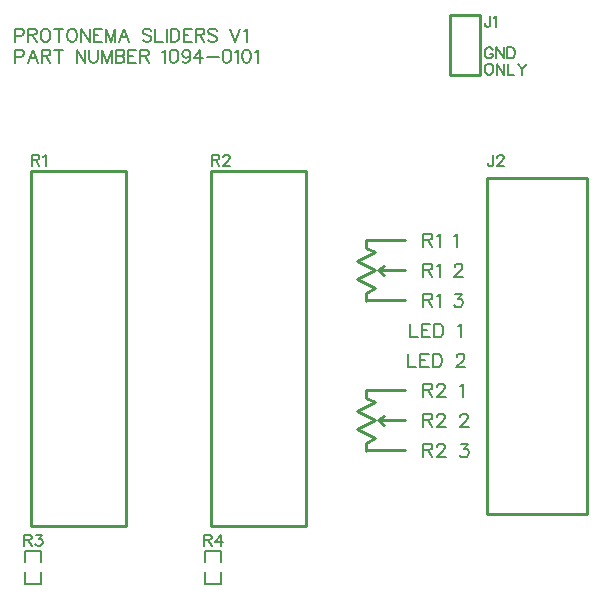
<source format=gto>
G04 Layer: TopSilkscreenLayer*
G04 EasyEDA v6.5.22, 2023-02-15 20:21:58*
G04 734b4a54bc3d48cea6392fdb8e28a27f,5a6b42c53f6a479593ecc07194224c93,10*
G04 Gerber Generator version 0.2*
G04 Scale: 100 percent, Rotated: No, Reflected: No *
G04 Dimensions in millimeters *
G04 leading zeros omitted , absolute positions ,4 integer and 5 decimal *
%FSLAX45Y45*%
%MOMM*%

%ADD10C,0.1524*%
%ADD11C,0.2540*%

%LPD*%
D10*
X762000Y5423915D02*
G01*
X762000Y5314950D01*
X762000Y5423915D02*
G01*
X808736Y5423915D01*
X824229Y5418836D01*
X829563Y5413502D01*
X834644Y5403087D01*
X834644Y5387594D01*
X829563Y5377179D01*
X824229Y5372100D01*
X808736Y5366765D01*
X762000Y5366765D01*
X910589Y5423915D02*
G01*
X868934Y5314950D01*
X910589Y5423915D02*
G01*
X952245Y5314950D01*
X884681Y5351271D02*
G01*
X936497Y5351271D01*
X986536Y5423915D02*
G01*
X986536Y5314950D01*
X986536Y5423915D02*
G01*
X1033271Y5423915D01*
X1048765Y5418836D01*
X1054100Y5413502D01*
X1059179Y5403087D01*
X1059179Y5392673D01*
X1054100Y5382260D01*
X1048765Y5377179D01*
X1033271Y5372100D01*
X986536Y5372100D01*
X1022857Y5372100D02*
G01*
X1059179Y5314950D01*
X1129792Y5423915D02*
G01*
X1129792Y5314950D01*
X1093470Y5423915D02*
G01*
X1166113Y5423915D01*
X1280413Y5423915D02*
G01*
X1280413Y5314950D01*
X1280413Y5423915D02*
G01*
X1353312Y5314950D01*
X1353312Y5423915D02*
G01*
X1353312Y5314950D01*
X1387602Y5423915D02*
G01*
X1387602Y5345937D01*
X1392681Y5330444D01*
X1403095Y5320029D01*
X1418589Y5314950D01*
X1429004Y5314950D01*
X1444752Y5320029D01*
X1455165Y5330444D01*
X1460245Y5345937D01*
X1460245Y5423915D01*
X1494536Y5423915D02*
G01*
X1494536Y5314950D01*
X1494536Y5423915D02*
G01*
X1536192Y5314950D01*
X1577594Y5423915D02*
G01*
X1536192Y5314950D01*
X1577594Y5423915D02*
G01*
X1577594Y5314950D01*
X1611884Y5423915D02*
G01*
X1611884Y5314950D01*
X1611884Y5423915D02*
G01*
X1658620Y5423915D01*
X1674368Y5418836D01*
X1679447Y5413502D01*
X1684781Y5403087D01*
X1684781Y5392673D01*
X1679447Y5382260D01*
X1674368Y5377179D01*
X1658620Y5372100D01*
X1611884Y5372100D02*
G01*
X1658620Y5372100D01*
X1674368Y5366765D01*
X1679447Y5361686D01*
X1684781Y5351271D01*
X1684781Y5335523D01*
X1679447Y5325110D01*
X1674368Y5320029D01*
X1658620Y5314950D01*
X1611884Y5314950D01*
X1719071Y5423915D02*
G01*
X1719071Y5314950D01*
X1719071Y5423915D02*
G01*
X1786636Y5423915D01*
X1719071Y5372100D02*
G01*
X1760473Y5372100D01*
X1719071Y5314950D02*
G01*
X1786636Y5314950D01*
X1820926Y5423915D02*
G01*
X1820926Y5314950D01*
X1820926Y5423915D02*
G01*
X1867662Y5423915D01*
X1883155Y5418836D01*
X1888489Y5413502D01*
X1893570Y5403087D01*
X1893570Y5392673D01*
X1888489Y5382260D01*
X1883155Y5377179D01*
X1867662Y5372100D01*
X1820926Y5372100D01*
X1857247Y5372100D02*
G01*
X1893570Y5314950D01*
X2007870Y5403087D02*
G01*
X2018284Y5408421D01*
X2033777Y5423915D01*
X2033777Y5314950D01*
X2099309Y5423915D02*
G01*
X2083815Y5418836D01*
X2073402Y5403087D01*
X2068068Y5377179D01*
X2068068Y5361686D01*
X2073402Y5335523D01*
X2083815Y5320029D01*
X2099309Y5314950D01*
X2109724Y5314950D01*
X2125218Y5320029D01*
X2135631Y5335523D01*
X2140965Y5361686D01*
X2140965Y5377179D01*
X2135631Y5403087D01*
X2125218Y5418836D01*
X2109724Y5423915D01*
X2099309Y5423915D01*
X2242820Y5387594D02*
G01*
X2237486Y5372100D01*
X2227072Y5361686D01*
X2211577Y5356352D01*
X2206243Y5356352D01*
X2190750Y5361686D01*
X2180336Y5372100D01*
X2175256Y5387594D01*
X2175256Y5392673D01*
X2180336Y5408421D01*
X2190750Y5418836D01*
X2206243Y5423915D01*
X2211577Y5423915D01*
X2227072Y5418836D01*
X2237486Y5408421D01*
X2242820Y5387594D01*
X2242820Y5361686D01*
X2237486Y5335523D01*
X2227072Y5320029D01*
X2211577Y5314950D01*
X2201163Y5314950D01*
X2185670Y5320029D01*
X2180336Y5330444D01*
X2328925Y5423915D02*
G01*
X2277109Y5351271D01*
X2354834Y5351271D01*
X2328925Y5423915D02*
G01*
X2328925Y5314950D01*
X2389124Y5361686D02*
G01*
X2482850Y5361686D01*
X2548127Y5423915D02*
G01*
X2532634Y5418836D01*
X2522220Y5403087D01*
X2517140Y5377179D01*
X2517140Y5361686D01*
X2522220Y5335523D01*
X2532634Y5320029D01*
X2548127Y5314950D01*
X2558541Y5314950D01*
X2574290Y5320029D01*
X2584450Y5335523D01*
X2589784Y5361686D01*
X2589784Y5377179D01*
X2584450Y5403087D01*
X2574290Y5418836D01*
X2558541Y5423915D01*
X2548127Y5423915D01*
X2624074Y5403087D02*
G01*
X2634488Y5408421D01*
X2649981Y5423915D01*
X2649981Y5314950D01*
X2715513Y5423915D02*
G01*
X2700020Y5418836D01*
X2689606Y5403087D01*
X2684272Y5377179D01*
X2684272Y5361686D01*
X2689606Y5335523D01*
X2700020Y5320029D01*
X2715513Y5314950D01*
X2725927Y5314950D01*
X2741422Y5320029D01*
X2751836Y5335523D01*
X2757170Y5361686D01*
X2757170Y5377179D01*
X2751836Y5403087D01*
X2741422Y5418836D01*
X2725927Y5423915D01*
X2715513Y5423915D01*
X2791459Y5403087D02*
G01*
X2801620Y5408421D01*
X2817368Y5423915D01*
X2817368Y5314950D01*
X762000Y5601715D02*
G01*
X762000Y5492750D01*
X762000Y5601715D02*
G01*
X808736Y5601715D01*
X824229Y5596636D01*
X829563Y5591302D01*
X834644Y5580887D01*
X834644Y5565394D01*
X829563Y5554979D01*
X824229Y5549900D01*
X808736Y5544565D01*
X762000Y5544565D01*
X868934Y5601715D02*
G01*
X868934Y5492750D01*
X868934Y5601715D02*
G01*
X915670Y5601715D01*
X931418Y5596636D01*
X936497Y5591302D01*
X941831Y5580887D01*
X941831Y5570473D01*
X936497Y5560060D01*
X931418Y5554979D01*
X915670Y5549900D01*
X868934Y5549900D01*
X905510Y5549900D02*
G01*
X941831Y5492750D01*
X1007110Y5601715D02*
G01*
X996950Y5596636D01*
X986536Y5586221D01*
X981202Y5575807D01*
X976121Y5560060D01*
X976121Y5534152D01*
X981202Y5518657D01*
X986536Y5508244D01*
X996950Y5497829D01*
X1007110Y5492750D01*
X1027937Y5492750D01*
X1038352Y5497829D01*
X1048765Y5508244D01*
X1054100Y5518657D01*
X1059179Y5534152D01*
X1059179Y5560060D01*
X1054100Y5575807D01*
X1048765Y5586221D01*
X1038352Y5596636D01*
X1027937Y5601715D01*
X1007110Y5601715D01*
X1129792Y5601715D02*
G01*
X1129792Y5492750D01*
X1093470Y5601715D02*
G01*
X1166113Y5601715D01*
X1231645Y5601715D02*
G01*
X1221231Y5596636D01*
X1210818Y5586221D01*
X1205737Y5575807D01*
X1200404Y5560060D01*
X1200404Y5534152D01*
X1205737Y5518657D01*
X1210818Y5508244D01*
X1221231Y5497829D01*
X1231645Y5492750D01*
X1252473Y5492750D01*
X1262887Y5497829D01*
X1273302Y5508244D01*
X1278381Y5518657D01*
X1283715Y5534152D01*
X1283715Y5560060D01*
X1278381Y5575807D01*
X1273302Y5586221D01*
X1262887Y5596636D01*
X1252473Y5601715D01*
X1231645Y5601715D01*
X1318005Y5601715D02*
G01*
X1318005Y5492750D01*
X1318005Y5601715D02*
G01*
X1390650Y5492750D01*
X1390650Y5601715D02*
G01*
X1390650Y5492750D01*
X1424939Y5601715D02*
G01*
X1424939Y5492750D01*
X1424939Y5601715D02*
G01*
X1492504Y5601715D01*
X1424939Y5549900D02*
G01*
X1466595Y5549900D01*
X1424939Y5492750D02*
G01*
X1492504Y5492750D01*
X1526794Y5601715D02*
G01*
X1526794Y5492750D01*
X1526794Y5601715D02*
G01*
X1568450Y5492750D01*
X1609852Y5601715D02*
G01*
X1568450Y5492750D01*
X1609852Y5601715D02*
G01*
X1609852Y5492750D01*
X1685797Y5601715D02*
G01*
X1644142Y5492750D01*
X1685797Y5601715D02*
G01*
X1727200Y5492750D01*
X1659889Y5529071D02*
G01*
X1711705Y5529071D01*
X1914397Y5586221D02*
G01*
X1903984Y5596636D01*
X1888489Y5601715D01*
X1867662Y5601715D01*
X1851913Y5596636D01*
X1841500Y5586221D01*
X1841500Y5575807D01*
X1846834Y5565394D01*
X1851913Y5560060D01*
X1862328Y5554979D01*
X1893570Y5544565D01*
X1903984Y5539486D01*
X1909063Y5534152D01*
X1914397Y5523737D01*
X1914397Y5508244D01*
X1903984Y5497829D01*
X1888489Y5492750D01*
X1867662Y5492750D01*
X1851913Y5497829D01*
X1841500Y5508244D01*
X1948688Y5601715D02*
G01*
X1948688Y5492750D01*
X1948688Y5492750D02*
G01*
X2010918Y5492750D01*
X2045208Y5601715D02*
G01*
X2045208Y5492750D01*
X2079497Y5601715D02*
G01*
X2079497Y5492750D01*
X2079497Y5601715D02*
G01*
X2115820Y5601715D01*
X2131568Y5596636D01*
X2141981Y5586221D01*
X2147061Y5575807D01*
X2152395Y5560060D01*
X2152395Y5534152D01*
X2147061Y5518657D01*
X2141981Y5508244D01*
X2131568Y5497829D01*
X2115820Y5492750D01*
X2079497Y5492750D01*
X2186686Y5601715D02*
G01*
X2186686Y5492750D01*
X2186686Y5601715D02*
G01*
X2254250Y5601715D01*
X2186686Y5549900D02*
G01*
X2228088Y5549900D01*
X2186686Y5492750D02*
G01*
X2254250Y5492750D01*
X2288540Y5601715D02*
G01*
X2288540Y5492750D01*
X2288540Y5601715D02*
G01*
X2335275Y5601715D01*
X2350770Y5596636D01*
X2355850Y5591302D01*
X2361184Y5580887D01*
X2361184Y5570473D01*
X2355850Y5560060D01*
X2350770Y5554979D01*
X2335275Y5549900D01*
X2288540Y5549900D01*
X2324861Y5549900D02*
G01*
X2361184Y5492750D01*
X2468118Y5586221D02*
G01*
X2457704Y5596636D01*
X2442209Y5601715D01*
X2421381Y5601715D01*
X2405888Y5596636D01*
X2395474Y5586221D01*
X2395474Y5575807D01*
X2400554Y5565394D01*
X2405888Y5560060D01*
X2416302Y5554979D01*
X2447290Y5544565D01*
X2457704Y5539486D01*
X2463038Y5534152D01*
X2468118Y5523737D01*
X2468118Y5508244D01*
X2457704Y5497829D01*
X2442209Y5492750D01*
X2421381Y5492750D01*
X2405888Y5497829D01*
X2395474Y5508244D01*
X2582418Y5601715D02*
G01*
X2624074Y5492750D01*
X2665729Y5601715D02*
G01*
X2624074Y5492750D01*
X2700020Y5580887D02*
G01*
X2710179Y5586221D01*
X2725927Y5601715D01*
X2725927Y5492750D01*
X4782565Y5714237D02*
G01*
X4782565Y5641594D01*
X4777993Y5627878D01*
X4773422Y5623305D01*
X4764277Y5618734D01*
X4755388Y5618734D01*
X4746243Y5623305D01*
X4741672Y5627878D01*
X4737100Y5641594D01*
X4737100Y5650737D01*
X4812538Y5696204D02*
G01*
X4821681Y5700776D01*
X4835397Y5714237D01*
X4835397Y5618734D01*
X4805172Y5424931D02*
G01*
X4800854Y5434076D01*
X4791709Y5442965D01*
X4782565Y5447537D01*
X4764277Y5447537D01*
X4755388Y5442965D01*
X4746243Y5434076D01*
X4741672Y5424931D01*
X4737100Y5411215D01*
X4737100Y5388610D01*
X4741672Y5374894D01*
X4746243Y5365750D01*
X4755388Y5356605D01*
X4764277Y5352034D01*
X4782565Y5352034D01*
X4791709Y5356605D01*
X4800854Y5365750D01*
X4805172Y5374894D01*
X4805172Y5388610D01*
X4782565Y5388610D02*
G01*
X4805172Y5388610D01*
X4835397Y5447537D02*
G01*
X4835397Y5352034D01*
X4835397Y5447537D02*
G01*
X4898897Y5352034D01*
X4898897Y5447537D02*
G01*
X4898897Y5352034D01*
X4928870Y5447537D02*
G01*
X4928870Y5352034D01*
X4928870Y5447537D02*
G01*
X4960620Y5447537D01*
X4974336Y5442965D01*
X4983479Y5434076D01*
X4988052Y5424931D01*
X4992624Y5411215D01*
X4992624Y5388610D01*
X4988052Y5374894D01*
X4983479Y5365750D01*
X4974336Y5356605D01*
X4960620Y5352034D01*
X4928870Y5352034D01*
X4764277Y5307837D02*
G01*
X4755388Y5303265D01*
X4746243Y5294376D01*
X4741672Y5285231D01*
X4737100Y5271515D01*
X4737100Y5248910D01*
X4741672Y5235194D01*
X4746243Y5226050D01*
X4755388Y5216905D01*
X4764277Y5212334D01*
X4782565Y5212334D01*
X4791709Y5216905D01*
X4800854Y5226050D01*
X4805172Y5235194D01*
X4809743Y5248910D01*
X4809743Y5271515D01*
X4805172Y5285231D01*
X4800854Y5294376D01*
X4791709Y5303265D01*
X4782565Y5307837D01*
X4764277Y5307837D01*
X4839715Y5307837D02*
G01*
X4839715Y5212334D01*
X4839715Y5307837D02*
G01*
X4903470Y5212334D01*
X4903470Y5307837D02*
G01*
X4903470Y5212334D01*
X4933441Y5307837D02*
G01*
X4933441Y5212334D01*
X4933441Y5212334D02*
G01*
X4988052Y5212334D01*
X5018024Y5307837D02*
G01*
X5054345Y5262371D01*
X5054345Y5212334D01*
X5090668Y5307837D02*
G01*
X5054345Y5262371D01*
X4807955Y4533130D02*
G01*
X4807955Y4460486D01*
X4803383Y4446770D01*
X4798811Y4442198D01*
X4789667Y4437626D01*
X4780777Y4437626D01*
X4771633Y4442198D01*
X4767061Y4446770D01*
X4762489Y4460486D01*
X4762489Y4469630D01*
X4842499Y4510524D02*
G01*
X4842499Y4515096D01*
X4847071Y4523986D01*
X4851643Y4528558D01*
X4860787Y4533130D01*
X4878821Y4533130D01*
X4887965Y4528558D01*
X4892537Y4523986D01*
X4897109Y4515096D01*
X4897109Y4505952D01*
X4892537Y4496808D01*
X4883393Y4483092D01*
X4837927Y4437626D01*
X4901681Y4437626D01*
X4216400Y3867657D02*
G01*
X4216400Y3753104D01*
X4216400Y3867657D02*
G01*
X4265422Y3867657D01*
X4281931Y3862070D01*
X4287265Y3856736D01*
X4292854Y3845813D01*
X4292854Y3834892D01*
X4287265Y3823970D01*
X4281931Y3818381D01*
X4265422Y3813047D01*
X4216400Y3813047D01*
X4254500Y3813047D02*
G01*
X4292854Y3753104D01*
X4328668Y3845813D02*
G01*
X4339590Y3851147D01*
X4356100Y3867657D01*
X4356100Y3753104D01*
X4475988Y3845813D02*
G01*
X4486909Y3851147D01*
X4503420Y3867657D01*
X4503420Y3753104D01*
X4216400Y3613657D02*
G01*
X4216400Y3499104D01*
X4216400Y3613657D02*
G01*
X4265422Y3613657D01*
X4281931Y3608070D01*
X4287265Y3602736D01*
X4292854Y3591813D01*
X4292854Y3580892D01*
X4287265Y3569970D01*
X4281931Y3564381D01*
X4265422Y3559047D01*
X4216400Y3559047D01*
X4254500Y3559047D02*
G01*
X4292854Y3499104D01*
X4328668Y3591813D02*
G01*
X4339590Y3597147D01*
X4356100Y3613657D01*
X4356100Y3499104D01*
X4481575Y3586226D02*
G01*
X4481575Y3591813D01*
X4486909Y3602736D01*
X4492497Y3608070D01*
X4503420Y3613657D01*
X4525009Y3613657D01*
X4535931Y3608070D01*
X4541520Y3602736D01*
X4546854Y3591813D01*
X4546854Y3580892D01*
X4541520Y3569970D01*
X4530597Y3553713D01*
X4475988Y3499104D01*
X4552441Y3499104D01*
X4216400Y3359657D02*
G01*
X4216400Y3245104D01*
X4216400Y3359657D02*
G01*
X4265422Y3359657D01*
X4281931Y3354070D01*
X4287265Y3348736D01*
X4292854Y3337813D01*
X4292854Y3326892D01*
X4287265Y3315970D01*
X4281931Y3310381D01*
X4265422Y3305047D01*
X4216400Y3305047D01*
X4254500Y3305047D02*
G01*
X4292854Y3245104D01*
X4328668Y3337813D02*
G01*
X4339590Y3343147D01*
X4356100Y3359657D01*
X4356100Y3245104D01*
X4486909Y3359657D02*
G01*
X4546854Y3359657D01*
X4514341Y3315970D01*
X4530597Y3315970D01*
X4541520Y3310381D01*
X4546854Y3305047D01*
X4552441Y3288792D01*
X4552441Y3277870D01*
X4546854Y3261360D01*
X4535931Y3250437D01*
X4519675Y3245104D01*
X4503420Y3245104D01*
X4486909Y3250437D01*
X4481575Y3256026D01*
X4475988Y3266947D01*
X4102100Y3105657D02*
G01*
X4102100Y2991104D01*
X4102100Y2991104D02*
G01*
X4167631Y2991104D01*
X4203445Y3105657D02*
G01*
X4203445Y2991104D01*
X4203445Y3105657D02*
G01*
X4274565Y3105657D01*
X4203445Y3051047D02*
G01*
X4247134Y3051047D01*
X4203445Y2991104D02*
G01*
X4274565Y2991104D01*
X4310379Y3105657D02*
G01*
X4310379Y2991104D01*
X4310379Y3105657D02*
G01*
X4348734Y3105657D01*
X4364990Y3100070D01*
X4375911Y3089147D01*
X4381245Y3078226D01*
X4386834Y3061970D01*
X4386834Y3034792D01*
X4381245Y3018281D01*
X4375911Y3007360D01*
X4364990Y2996437D01*
X4348734Y2991104D01*
X4310379Y2991104D01*
X4506722Y3083813D02*
G01*
X4517643Y3089147D01*
X4534154Y3105657D01*
X4534154Y2991104D01*
X4089400Y2851657D02*
G01*
X4089400Y2737104D01*
X4089400Y2737104D02*
G01*
X4154931Y2737104D01*
X4190745Y2851657D02*
G01*
X4190745Y2737104D01*
X4190745Y2851657D02*
G01*
X4261865Y2851657D01*
X4190745Y2797047D02*
G01*
X4234434Y2797047D01*
X4190745Y2737104D02*
G01*
X4261865Y2737104D01*
X4297679Y2851657D02*
G01*
X4297679Y2737104D01*
X4297679Y2851657D02*
G01*
X4336034Y2851657D01*
X4352290Y2846070D01*
X4363211Y2835147D01*
X4368545Y2824226D01*
X4374134Y2807970D01*
X4374134Y2780792D01*
X4368545Y2764281D01*
X4363211Y2753360D01*
X4352290Y2742437D01*
X4336034Y2737104D01*
X4297679Y2737104D01*
X4499609Y2824226D02*
G01*
X4499609Y2829813D01*
X4504943Y2840736D01*
X4510531Y2846070D01*
X4521454Y2851657D01*
X4543297Y2851657D01*
X4554220Y2846070D01*
X4559554Y2840736D01*
X4565141Y2829813D01*
X4565141Y2818892D01*
X4559554Y2807970D01*
X4548631Y2791713D01*
X4494022Y2737104D01*
X4570475Y2737104D01*
X4216400Y2597657D02*
G01*
X4216400Y2483104D01*
X4216400Y2597657D02*
G01*
X4265422Y2597657D01*
X4281931Y2592070D01*
X4287265Y2586736D01*
X4292854Y2575813D01*
X4292854Y2564892D01*
X4287265Y2553970D01*
X4281931Y2548381D01*
X4265422Y2543047D01*
X4216400Y2543047D01*
X4254500Y2543047D02*
G01*
X4292854Y2483104D01*
X4334256Y2570226D02*
G01*
X4334256Y2575813D01*
X4339590Y2586736D01*
X4345177Y2592070D01*
X4356100Y2597657D01*
X4377943Y2597657D01*
X4388865Y2592070D01*
X4394200Y2586736D01*
X4399788Y2575813D01*
X4399788Y2564892D01*
X4394200Y2553970D01*
X4383277Y2537713D01*
X4328668Y2483104D01*
X4405122Y2483104D01*
X4525009Y2575813D02*
G01*
X4535931Y2581147D01*
X4552441Y2597657D01*
X4552441Y2483104D01*
X4216400Y2343657D02*
G01*
X4216400Y2229104D01*
X4216400Y2343657D02*
G01*
X4265422Y2343657D01*
X4281931Y2338070D01*
X4287265Y2332736D01*
X4292854Y2321813D01*
X4292854Y2310892D01*
X4287265Y2299970D01*
X4281931Y2294381D01*
X4265422Y2289047D01*
X4216400Y2289047D01*
X4254500Y2289047D02*
G01*
X4292854Y2229104D01*
X4334256Y2316226D02*
G01*
X4334256Y2321813D01*
X4339590Y2332736D01*
X4345177Y2338070D01*
X4356100Y2343657D01*
X4377943Y2343657D01*
X4388865Y2338070D01*
X4394200Y2332736D01*
X4399788Y2321813D01*
X4399788Y2310892D01*
X4394200Y2299970D01*
X4383277Y2283713D01*
X4328668Y2229104D01*
X4405122Y2229104D01*
X4530597Y2316226D02*
G01*
X4530597Y2321813D01*
X4535931Y2332736D01*
X4541520Y2338070D01*
X4552441Y2343657D01*
X4574286Y2343657D01*
X4585208Y2338070D01*
X4590541Y2332736D01*
X4596129Y2321813D01*
X4596129Y2310892D01*
X4590541Y2299970D01*
X4579620Y2283713D01*
X4525009Y2229104D01*
X4601463Y2229104D01*
X4216400Y2089657D02*
G01*
X4216400Y1975104D01*
X4216400Y2089657D02*
G01*
X4265422Y2089657D01*
X4281931Y2084070D01*
X4287265Y2078736D01*
X4292854Y2067813D01*
X4292854Y2056892D01*
X4287265Y2045970D01*
X4281931Y2040381D01*
X4265422Y2035047D01*
X4216400Y2035047D01*
X4254500Y2035047D02*
G01*
X4292854Y1975104D01*
X4334256Y2062226D02*
G01*
X4334256Y2067813D01*
X4339590Y2078736D01*
X4345177Y2084070D01*
X4356100Y2089657D01*
X4377943Y2089657D01*
X4388865Y2084070D01*
X4394200Y2078736D01*
X4399788Y2067813D01*
X4399788Y2056892D01*
X4394200Y2045970D01*
X4383277Y2029713D01*
X4328668Y1975104D01*
X4405122Y1975104D01*
X4535931Y2089657D02*
G01*
X4596129Y2089657D01*
X4563363Y2045970D01*
X4579620Y2045970D01*
X4590541Y2040381D01*
X4596129Y2035047D01*
X4601463Y2018792D01*
X4601463Y2007870D01*
X4596129Y1991360D01*
X4585208Y1980437D01*
X4568697Y1975104D01*
X4552441Y1975104D01*
X4535931Y1980437D01*
X4530597Y1986026D01*
X4525009Y1996947D01*
X901700Y4536694D02*
G01*
X901700Y4441189D01*
X901700Y4536694D02*
G01*
X942594Y4536694D01*
X956310Y4532121D01*
X960881Y4527550D01*
X965454Y4518405D01*
X965454Y4509515D01*
X960881Y4500371D01*
X956310Y4495800D01*
X942594Y4491228D01*
X901700Y4491228D01*
X933450Y4491228D02*
G01*
X965454Y4441189D01*
X995426Y4518405D02*
G01*
X1004315Y4522978D01*
X1018031Y4536694D01*
X1018031Y4441189D01*
X2425700Y4536694D02*
G01*
X2425700Y4441189D01*
X2425700Y4536694D02*
G01*
X2466593Y4536694D01*
X2480309Y4532121D01*
X2484881Y4527550D01*
X2489454Y4518405D01*
X2489454Y4509515D01*
X2484881Y4500371D01*
X2480309Y4495800D01*
X2466593Y4491228D01*
X2425700Y4491228D01*
X2457450Y4491228D02*
G01*
X2489454Y4441189D01*
X2523997Y4514087D02*
G01*
X2523997Y4518405D01*
X2528315Y4527550D01*
X2532888Y4532121D01*
X2542031Y4536694D01*
X2560320Y4536694D01*
X2569209Y4532121D01*
X2573781Y4527550D01*
X2578354Y4518405D01*
X2578354Y4509515D01*
X2573781Y4500371D01*
X2564891Y4486655D01*
X2519425Y4441189D01*
X2582925Y4441189D01*
X2362202Y1320162D02*
G01*
X2362202Y1224658D01*
X2362202Y1320162D02*
G01*
X2403096Y1320162D01*
X2416812Y1315590D01*
X2421384Y1311018D01*
X2425956Y1301874D01*
X2425956Y1292730D01*
X2421384Y1283840D01*
X2416812Y1279268D01*
X2403096Y1274696D01*
X2362202Y1274696D01*
X2393952Y1274696D02*
G01*
X2425956Y1224658D01*
X2501394Y1320162D02*
G01*
X2455928Y1256408D01*
X2524000Y1256408D01*
X2501394Y1320162D02*
G01*
X2501394Y1224658D01*
X838197Y1320106D02*
G01*
X838197Y1224650D01*
X838197Y1320106D02*
G01*
X879106Y1320106D01*
X892743Y1315559D01*
X897288Y1311015D01*
X901834Y1301925D01*
X901834Y1292834D01*
X897288Y1283743D01*
X892743Y1279197D01*
X879106Y1274650D01*
X838197Y1274650D01*
X870016Y1274650D02*
G01*
X901834Y1224650D01*
X940925Y1320106D02*
G01*
X990925Y1320106D01*
X963650Y1283743D01*
X977287Y1283743D01*
X986378Y1279197D01*
X990925Y1274650D01*
X995469Y1261016D01*
X995469Y1251925D01*
X990925Y1238288D01*
X981834Y1229197D01*
X968197Y1224650D01*
X954559Y1224650D01*
X940925Y1229197D01*
X936378Y1233744D01*
X931834Y1242834D01*
D11*
X3733792Y3299205D02*
G01*
X3733792Y3365492D01*
X3809992Y3403592D01*
X3657592Y3479792D01*
X3809992Y3555992D01*
X3657592Y3632192D01*
X3809992Y3708392D01*
X3733792Y3746492D01*
X3733779Y3807203D01*
X3733368Y2029205D02*
G01*
X3733792Y2095492D01*
X3809992Y2133592D01*
X3657592Y2209792D01*
X3809992Y2285992D01*
X3657592Y2362192D01*
X3809992Y2438392D01*
X3733792Y2476492D01*
X3733779Y2537203D01*
X3733792Y2031994D02*
G01*
X4063992Y2031994D01*
X3733792Y2539994D02*
G01*
X4063992Y2539994D01*
X3733792Y3301992D02*
G01*
X4063992Y3301992D01*
X3733792Y3809992D02*
G01*
X4063992Y3809992D01*
X4063992Y2285992D02*
G01*
X3835392Y2285992D01*
X3835379Y2285979D02*
G01*
X3886179Y2247887D01*
X3835392Y2285992D02*
G01*
X3886179Y2324087D01*
X4063992Y3555992D02*
G01*
X3835392Y3555992D01*
X3835379Y3555979D02*
G01*
X3886179Y3517887D01*
X3835392Y3555992D02*
G01*
X3886179Y3594087D01*
D10*
X2372339Y998776D02*
G01*
X2372339Y902888D01*
X2504455Y902888D01*
X2504455Y998776D01*
X2372339Y1084018D02*
G01*
X2372339Y1179906D01*
X2504455Y1179906D01*
X2504455Y1084018D01*
X848339Y998776D02*
G01*
X848339Y902888D01*
X980455Y902888D01*
X980455Y998776D01*
X848339Y1084018D02*
G01*
X848339Y1179906D01*
X980455Y1179906D01*
X980455Y1084018D01*
D11*
X4445000Y5715000D02*
G01*
X4699000Y5715000D01*
X4699000Y5207000D01*
X4445000Y5207000D01*
X4445000Y5715000D01*
X4756581Y4340605D02*
G01*
X5606592Y4340605D01*
X5606592Y1490598D01*
X4756581Y1490598D01*
X4756581Y4340605D01*
X895400Y4395596D02*
G01*
X1695399Y4395596D01*
X1695399Y1395602D01*
X895400Y1395602D01*
X895400Y4395596D01*
X2419400Y4395596D02*
G01*
X3219399Y4395596D01*
X3219399Y1395602D01*
X2419400Y1395602D01*
X2419400Y4395596D01*
M02*

</source>
